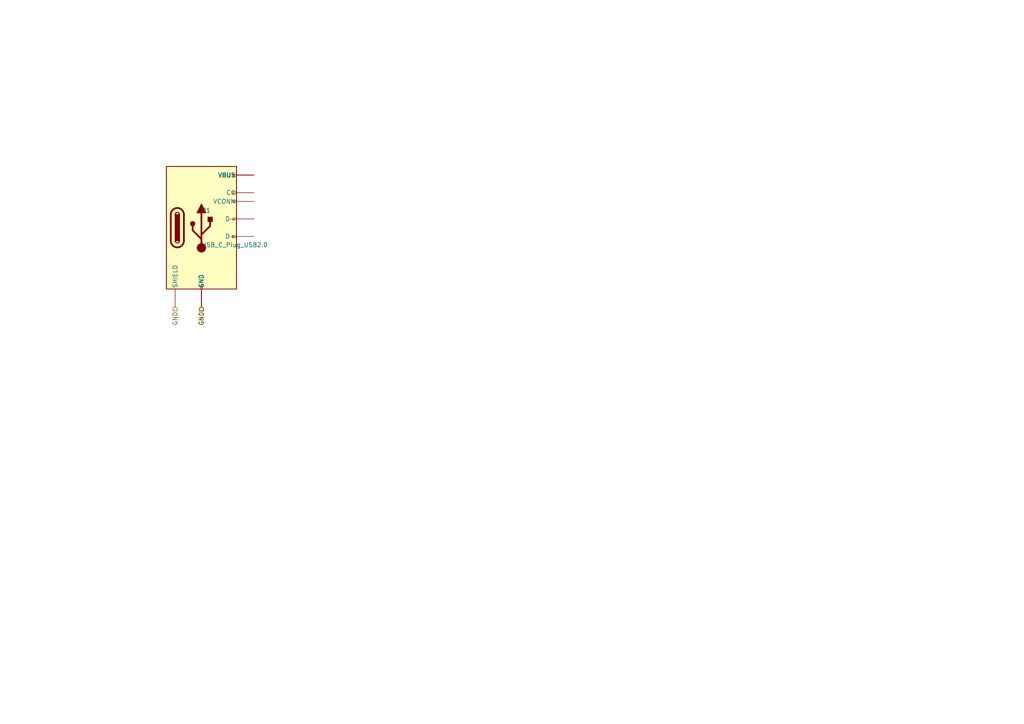
<source format=kicad_sch>
(kicad_sch (version 20250114) (generator "circuit_synth")
  (paper "A4")
  (lib_symbols
    (symbol "Connector:USB_C_Plug_USB2.0" (pin_numbers hide) (pin_names (offset 0.254))
      (property "Reference" "P" (at 0.0 0.0 0))
      (property "Value" "USB_C_Plug_USB2.0" (at 0.0 0.0 0))
      (symbol "USB_C_Plug_USB2.0_0_1"
        (rectangle (start -0.254 -17.78) (end 0.254 -16.764) (stroke (width 0.0)))
        (rectangle (start 10.16 15.494) (end 9.144 14.986) (stroke (width 0.0)))
        (rectangle (start 10.16 10.414) (end 9.144 9.906) (stroke (width 0.0)))
        (rectangle (start 10.16 7.874) (end 9.144 7.366) (stroke (width 0.0)))
        (rectangle (start 10.16 2.794) (end 9.144 2.286) (stroke (width 0.0)))
        (rectangle (start 10.16 -2.286) (end 9.144 -2.794) (stroke (width 0.0)))
        (rectangle (start -10.16 17.78) (end 10.16 -17.78) (stroke (width 0.254)) (fill (type background)))
        (polyline (pts (xy -8.89 -3.81) (xy -8.89 3.81)) (stroke (width 0.508)))
        (rectangle (start -7.62 -3.81) (end -6.35 3.81) (stroke (width 0.254)) (fill (type outline)))
        (arc (start -7.62 3.81) (mid -6.985 4.4423) (end -6.35 3.81) (stroke (width 0.254)))
        (arc (start -7.62 3.81) (mid -6.985 4.4423) (end -6.35 3.81) (stroke (width 0.254)))
        (arc (start -8.89 3.81) (mid -6.985 5.7067) (end -5.08 3.81) (stroke (width 0.508)))
        (arc (start -5.08 -3.81) (mid -6.985 -5.7067) (end -8.89 -3.81) (stroke (width 0.508)))
        (arc (start -6.35 -3.81) (mid -6.985 -4.4423) (end -7.62 -3.81) (stroke (width 0.254)))
        (arc (start -6.35 -3.81) (mid -6.985 -4.4423) (end -7.62 -3.81) (stroke (width 0.254)))
        (polyline (pts (xy -5.08 3.81) (xy -5.08 -3.81)) (stroke (width 0.508)))
        (circle (center -2.54 1.143) (radius 0.635) (stroke (width 0.254)) (fill (type outline)))
        (polyline (pts (xy -1.27 4.318) (xy 0.0 6.858) (xy 1.27 4.318) (xy -1.27 4.318)) (stroke (width 0.254)) (fill (type outline)))
        (polyline (pts (xy 0.0 -2.032) (xy 2.54 0.508) (xy 2.54 1.778)) (stroke (width 0.508)))
        (polyline (pts (xy 0.0 -3.302) (xy -2.54 -0.762) (xy -2.54 0.508)) (stroke (width 0.508)))
        (polyline (pts (xy 0.0 -5.842) (xy 0.0 4.318)) (stroke (width 0.508)))
        (circle (center 0.0 -5.842) (radius 1.27) (stroke (width 0.0)) (fill (type outline)))
        (rectangle (start 1.905 1.778) (end 3.175 3.048) (stroke (width 0.254)) (fill (type outline)))
      )
      (symbol "USB_C_Plug_USB2.0_1_1"
        (pin passive line (at -7.62 -22.86 90) (length 5.08) (name "SHIELD") (number "S1"))
        (pin passive line (at 0.0 -22.86 90) (length 5.08) (name "GND") (number "A1"))
        (pin passive line (at 0.0 -22.86 90) (length 5.08) (name "GND") (number "A12"))
        (pin passive line (at 0.0 -22.86 90) (length 5.08) (name "GND") (number "B1"))
        (pin passive line (at 0.0 -22.86 90) (length 5.08) (name "GND") (number "B12"))
        (pin passive line (at 15.24 15.24 180) (length 5.08) (name "VBUS") (number "A4"))
        (pin passive line (at 15.24 15.24 180) (length 5.08) (name "VBUS") (number "A9"))
        (pin passive line (at 15.24 15.24 180) (length 5.08) (name "VBUS") (number "B4"))
        (pin passive line (at 15.24 15.24 180) (length 5.08) (name "VBUS") (number "B9"))
        (pin bidirectional line (at 15.24 10.16 180) (length 5.08) (name "CC") (number "A5"))
        (pin bidirectional line (at 15.24 7.62 180) (length 5.08) (name "VCONN") (number "B5"))
        (pin bidirectional line (at 15.24 2.54 180) (length 5.08) (name "D-") (number "A7"))
        (pin bidirectional line (at 15.24 -2.54 180) (length 5.08) (name "D+") (number "A6"))
      )
    )
  )
  (symbol (lib_id "Connector:USB_C_Plug_USB2.0") (at 58.42 66.04 0.0) (unit 1)
    (property "Reference" "P1" (at 58.42 61.040000000000006 0) (effects (justify left)))
    (property "Value" "USB_C_Plug_USB2.0" (at 58.42 71.04 0) (effects (justify left)))
  )
  (hierarchical_label "GND" (shape input) (at 50.800000000000004 88.9 270))
  (hierarchical_label "GND" (shape input) (at 58.42 88.9 270))
  (hierarchical_label "GND" (shape input) (at 58.42 88.9 270))
  (hierarchical_label "GND" (shape input) (at 58.42 88.9 270))
  (hierarchical_label "GND" (shape input) (at 58.42 88.9 270))
)
</source>
